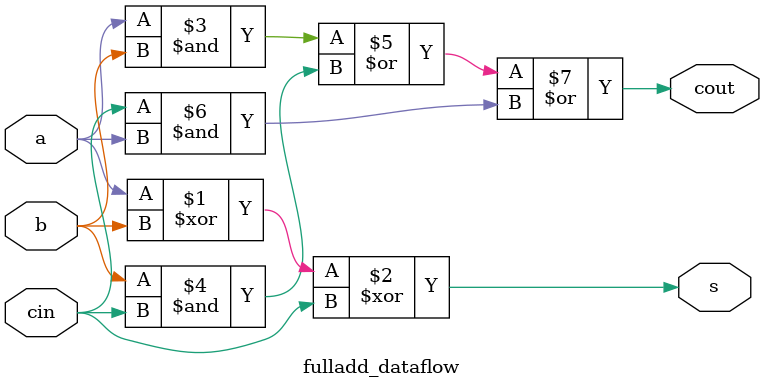
<source format=v>
`timescale 1ns / 1ps


module fulladd_dataflow(a,b,cin,s,cout);
input a,b,cin;
output s,cout;

assign s=a^b^cin;
assign cout = (a&b)|(b&cin)|(cin&a);

endmodule

</source>
